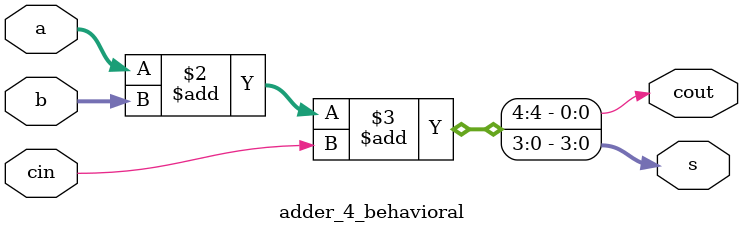
<source format=v>
module adder_4_behavioral(s,cout,a,b,cin);

input [3:0]a,b;
input cin;
output reg [3:0]s;
output reg cout;

always@(*)
    {cout,s} = a + b + cin;

endmodule
</source>
